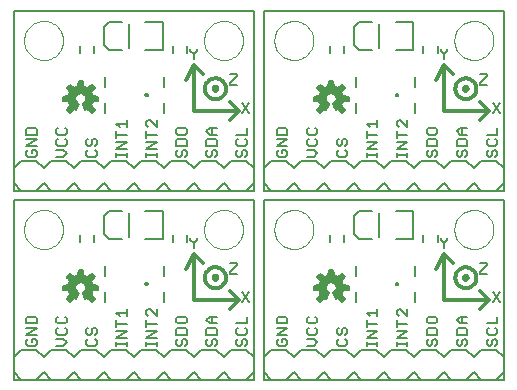
<source format=gto>
G75*
%MOIN*%
%OFA0B0*%
%FSLAX24Y24*%
%IPPOS*%
%LPD*%
%AMOC8*
5,1,8,0,0,1.08239X$1,22.5*
%
%ADD10C,0.0080*%
%ADD11C,0.0120*%
%ADD12C,0.0060*%
%ADD13C,0.0050*%
%ADD14C,0.0000*%
%ADD15C,0.0059*%
D10*
X000330Y000140D02*
X000330Y006140D01*
X008330Y006140D01*
X008330Y000140D01*
X000330Y000140D01*
X000330Y000390D02*
X000580Y000140D01*
X001080Y000140D01*
X001330Y000390D01*
X001580Y000140D01*
X002080Y000140D01*
X002330Y000390D01*
X002580Y000140D01*
X003080Y000140D01*
X003330Y000390D01*
X003580Y000140D01*
X004080Y000140D01*
X004330Y000390D01*
X004580Y000140D01*
X005080Y000140D01*
X005330Y000390D01*
X005580Y000140D01*
X006080Y000140D01*
X006330Y000390D01*
X006580Y000140D01*
X007080Y000140D01*
X007330Y000390D01*
X007580Y000140D01*
X008080Y000140D01*
X008330Y000390D01*
X008330Y000890D01*
X008080Y001140D01*
X007580Y001140D01*
X007330Y000890D01*
X007080Y001140D01*
X006580Y001140D01*
X006330Y000890D01*
X006080Y001140D01*
X005580Y001140D01*
X005330Y000890D01*
X005080Y001140D01*
X004580Y001140D01*
X004330Y000890D01*
X004080Y001140D01*
X003580Y001140D01*
X003330Y000890D01*
X003080Y001140D01*
X002580Y001140D01*
X002330Y000890D01*
X002080Y001140D01*
X001580Y001140D01*
X001330Y000890D01*
X001080Y001140D01*
X000580Y001140D01*
X000330Y000890D01*
X000330Y000390D01*
X003386Y002739D02*
X003386Y003054D01*
X003386Y003606D02*
X003386Y003921D01*
X003503Y004818D02*
X003936Y004818D01*
X003503Y004818D02*
X003346Y004975D01*
X003346Y005605D01*
X003503Y005762D01*
X003936Y005762D01*
X004724Y005762D02*
X005314Y005762D01*
X005314Y004818D01*
X004724Y004818D01*
X005354Y003921D02*
X005354Y003606D01*
X004725Y003330D02*
X004727Y003342D01*
X004732Y003353D01*
X004741Y003362D01*
X004752Y003367D01*
X004764Y003369D01*
X004776Y003367D01*
X004787Y003362D01*
X004796Y003353D01*
X004801Y003342D01*
X004803Y003330D01*
X004801Y003318D01*
X004796Y003307D01*
X004787Y003298D01*
X004776Y003293D01*
X004764Y003291D01*
X004752Y003293D01*
X004741Y003298D01*
X004732Y003307D01*
X004727Y003318D01*
X004725Y003330D01*
X005354Y003054D02*
X005354Y002739D01*
X008676Y000890D02*
X008676Y000390D01*
X008926Y000140D01*
X009426Y000140D01*
X009676Y000390D01*
X009926Y000140D01*
X010426Y000140D01*
X010676Y000390D01*
X010926Y000140D01*
X011426Y000140D01*
X011676Y000390D01*
X011926Y000140D01*
X012426Y000140D01*
X012676Y000390D01*
X012926Y000140D01*
X013426Y000140D01*
X013676Y000390D01*
X013926Y000140D01*
X014426Y000140D01*
X014676Y000390D01*
X014926Y000140D01*
X015426Y000140D01*
X015676Y000390D01*
X015926Y000140D01*
X016426Y000140D01*
X016676Y000390D01*
X016676Y000890D01*
X016426Y001140D01*
X015926Y001140D01*
X015676Y000890D01*
X015426Y001140D01*
X014926Y001140D01*
X014676Y000890D01*
X014426Y001140D01*
X013926Y001140D01*
X013676Y000890D01*
X013426Y001140D01*
X012926Y001140D01*
X012676Y000890D01*
X012426Y001140D01*
X011926Y001140D01*
X011676Y000890D01*
X011426Y001140D01*
X010926Y001140D01*
X010676Y000890D01*
X010426Y001140D01*
X009926Y001140D01*
X009676Y000890D01*
X009426Y001140D01*
X008926Y001140D01*
X008676Y000890D01*
X008676Y000140D02*
X008676Y006140D01*
X016676Y006140D01*
X016676Y000140D01*
X008676Y000140D01*
X011732Y002739D02*
X011732Y003054D01*
X011732Y003606D02*
X011732Y003921D01*
X011850Y004818D02*
X012283Y004818D01*
X011850Y004818D02*
X011692Y004975D01*
X011692Y005605D01*
X011850Y005762D01*
X012283Y005762D01*
X012426Y006439D02*
X011926Y006439D01*
X011676Y006689D01*
X011426Y006439D01*
X010926Y006439D01*
X010676Y006689D01*
X010426Y006439D01*
X009926Y006439D01*
X009676Y006689D01*
X009426Y006439D01*
X008926Y006439D01*
X008676Y006689D01*
X008676Y007189D01*
X008926Y007439D01*
X009426Y007439D01*
X009676Y007189D01*
X009926Y007439D01*
X010426Y007439D01*
X010676Y007189D01*
X010926Y007439D01*
X011426Y007439D01*
X011676Y007189D01*
X011926Y007439D01*
X012426Y007439D01*
X012676Y007189D01*
X012926Y007439D01*
X013426Y007439D01*
X013676Y007189D01*
X013926Y007439D01*
X014426Y007439D01*
X014676Y007189D01*
X014926Y007439D01*
X015426Y007439D01*
X015676Y007189D01*
X015926Y007439D01*
X016426Y007439D01*
X016676Y007189D01*
X016676Y006689D01*
X016426Y006439D01*
X015926Y006439D01*
X015676Y006689D01*
X015426Y006439D01*
X014926Y006439D01*
X014676Y006689D01*
X014426Y006439D01*
X013926Y006439D01*
X013676Y006689D01*
X013426Y006439D01*
X012926Y006439D01*
X012676Y006689D01*
X012426Y006439D01*
X013070Y005762D02*
X013661Y005762D01*
X013661Y004818D01*
X013070Y004818D01*
X013701Y003921D02*
X013701Y003606D01*
X013071Y003330D02*
X013073Y003342D01*
X013078Y003353D01*
X013087Y003362D01*
X013098Y003367D01*
X013110Y003369D01*
X013122Y003367D01*
X013133Y003362D01*
X013142Y003353D01*
X013147Y003342D01*
X013149Y003330D01*
X013147Y003318D01*
X013142Y003307D01*
X013133Y003298D01*
X013122Y003293D01*
X013110Y003291D01*
X013098Y003293D01*
X013087Y003298D01*
X013078Y003307D01*
X013073Y003318D01*
X013071Y003330D01*
X013701Y003054D02*
X013701Y002739D01*
X016676Y006439D02*
X008676Y006439D01*
X008676Y012439D01*
X016676Y012439D01*
X016676Y006439D01*
X013701Y009039D02*
X013701Y009354D01*
X013071Y009629D02*
X013073Y009641D01*
X013078Y009652D01*
X013087Y009661D01*
X013098Y009666D01*
X013110Y009668D01*
X013122Y009666D01*
X013133Y009661D01*
X013142Y009652D01*
X013147Y009641D01*
X013149Y009629D01*
X013147Y009617D01*
X013142Y009606D01*
X013133Y009597D01*
X013122Y009592D01*
X013110Y009590D01*
X013098Y009592D01*
X013087Y009597D01*
X013078Y009606D01*
X013073Y009617D01*
X013071Y009629D01*
X013701Y009905D02*
X013701Y010220D01*
X013661Y011117D02*
X013070Y011117D01*
X013661Y011117D02*
X013661Y012062D01*
X013070Y012062D01*
X012283Y012062D02*
X011850Y012062D01*
X011692Y011904D01*
X011692Y011274D01*
X011850Y011117D01*
X012283Y011117D01*
X011732Y010220D02*
X011732Y009905D01*
X011732Y009354D02*
X011732Y009039D01*
X008330Y007189D02*
X008330Y006689D01*
X008080Y006439D01*
X007580Y006439D01*
X007330Y006689D01*
X007080Y006439D01*
X006580Y006439D01*
X006330Y006689D01*
X006080Y006439D01*
X005580Y006439D01*
X005330Y006689D01*
X005080Y006439D01*
X004580Y006439D01*
X004330Y006689D01*
X004080Y006439D01*
X003580Y006439D01*
X003330Y006689D01*
X003080Y006439D01*
X002580Y006439D01*
X002330Y006689D01*
X002080Y006439D01*
X001580Y006439D01*
X001330Y006689D01*
X001080Y006439D01*
X000580Y006439D01*
X000330Y006689D01*
X000330Y007189D01*
X000580Y007439D01*
X001080Y007439D01*
X001330Y007189D01*
X001580Y007439D01*
X002080Y007439D01*
X002330Y007189D01*
X002580Y007439D01*
X003080Y007439D01*
X003330Y007189D01*
X003580Y007439D01*
X004080Y007439D01*
X004330Y007189D01*
X004580Y007439D01*
X005080Y007439D01*
X005330Y007189D01*
X005580Y007439D01*
X006080Y007439D01*
X006330Y007189D01*
X006580Y007439D01*
X007080Y007439D01*
X007330Y007189D01*
X007580Y007439D01*
X008080Y007439D01*
X008330Y007189D01*
X008330Y006439D02*
X008330Y012439D01*
X000330Y012439D01*
X000330Y006439D01*
X008330Y006439D01*
X005354Y009039D02*
X005354Y009354D01*
X004725Y009629D02*
X004727Y009641D01*
X004732Y009652D01*
X004741Y009661D01*
X004752Y009666D01*
X004764Y009668D01*
X004776Y009666D01*
X004787Y009661D01*
X004796Y009652D01*
X004801Y009641D01*
X004803Y009629D01*
X004801Y009617D01*
X004796Y009606D01*
X004787Y009597D01*
X004776Y009592D01*
X004764Y009590D01*
X004752Y009592D01*
X004741Y009597D01*
X004732Y009606D01*
X004727Y009617D01*
X004725Y009629D01*
X005354Y009905D02*
X005354Y010220D01*
X005314Y011117D02*
X004724Y011117D01*
X005314Y011117D02*
X005314Y012062D01*
X004724Y012062D01*
X003936Y012062D02*
X003503Y012062D01*
X003346Y011904D01*
X003346Y011274D01*
X003503Y011117D01*
X003936Y011117D01*
X003386Y010220D02*
X003386Y009905D01*
X003386Y009354D02*
X003386Y009039D01*
D11*
X006080Y010139D02*
X006330Y010639D01*
X006630Y010339D01*
X006330Y010639D02*
X006330Y009089D01*
X007830Y009089D01*
X007530Y008789D01*
X007830Y009089D02*
X007530Y009389D01*
X007000Y009829D02*
X007002Y009844D01*
X007007Y009858D01*
X007016Y009870D01*
X007028Y009880D01*
X007041Y009886D01*
X007056Y009889D01*
X007071Y009888D01*
X007086Y009883D01*
X007098Y009875D01*
X007109Y009864D01*
X007116Y009851D01*
X007120Y009837D01*
X007120Y009821D01*
X007116Y009807D01*
X007109Y009794D01*
X007098Y009783D01*
X007086Y009775D01*
X007071Y009770D01*
X007056Y009769D01*
X007041Y009772D01*
X007028Y009778D01*
X007016Y009788D01*
X007007Y009800D01*
X007002Y009814D01*
X007000Y009829D01*
X006710Y009829D02*
X006712Y009866D01*
X006718Y009903D01*
X006728Y009939D01*
X006741Y009974D01*
X006758Y010007D01*
X006779Y010038D01*
X006803Y010066D01*
X006830Y010092D01*
X006859Y010115D01*
X006890Y010135D01*
X006924Y010151D01*
X006959Y010164D01*
X006995Y010173D01*
X007032Y010178D01*
X007069Y010179D01*
X007106Y010176D01*
X007143Y010169D01*
X007179Y010158D01*
X007213Y010144D01*
X007246Y010126D01*
X007276Y010104D01*
X007304Y010080D01*
X007329Y010052D01*
X007352Y010022D01*
X007371Y009990D01*
X007386Y009956D01*
X007398Y009921D01*
X007406Y009885D01*
X007410Y009848D01*
X007410Y009810D01*
X007406Y009773D01*
X007398Y009737D01*
X007386Y009702D01*
X007371Y009668D01*
X007352Y009636D01*
X007329Y009606D01*
X007304Y009578D01*
X007276Y009554D01*
X007246Y009532D01*
X007213Y009514D01*
X007179Y009500D01*
X007143Y009489D01*
X007106Y009482D01*
X007069Y009479D01*
X007032Y009480D01*
X006995Y009485D01*
X006959Y009494D01*
X006924Y009507D01*
X006890Y009523D01*
X006859Y009543D01*
X006830Y009566D01*
X006803Y009592D01*
X006779Y009620D01*
X006758Y009651D01*
X006741Y009684D01*
X006728Y009719D01*
X006718Y009755D01*
X006712Y009792D01*
X006710Y009829D01*
X006330Y004340D02*
X006630Y004040D01*
X006330Y004340D02*
X006080Y003840D01*
X006330Y004340D02*
X006330Y002790D01*
X007830Y002790D01*
X007530Y002490D01*
X007830Y002790D02*
X007530Y003090D01*
X007000Y003530D02*
X007002Y003545D01*
X007007Y003559D01*
X007016Y003571D01*
X007028Y003581D01*
X007041Y003587D01*
X007056Y003590D01*
X007071Y003589D01*
X007086Y003584D01*
X007098Y003576D01*
X007109Y003565D01*
X007116Y003552D01*
X007120Y003538D01*
X007120Y003522D01*
X007116Y003508D01*
X007109Y003495D01*
X007098Y003484D01*
X007086Y003476D01*
X007071Y003471D01*
X007056Y003470D01*
X007041Y003473D01*
X007028Y003479D01*
X007016Y003489D01*
X007007Y003501D01*
X007002Y003515D01*
X007000Y003530D01*
X006710Y003530D02*
X006712Y003567D01*
X006718Y003604D01*
X006728Y003640D01*
X006741Y003675D01*
X006758Y003708D01*
X006779Y003739D01*
X006803Y003767D01*
X006830Y003793D01*
X006859Y003816D01*
X006890Y003836D01*
X006924Y003852D01*
X006959Y003865D01*
X006995Y003874D01*
X007032Y003879D01*
X007069Y003880D01*
X007106Y003877D01*
X007143Y003870D01*
X007179Y003859D01*
X007213Y003845D01*
X007246Y003827D01*
X007276Y003805D01*
X007304Y003781D01*
X007329Y003753D01*
X007352Y003723D01*
X007371Y003691D01*
X007386Y003657D01*
X007398Y003622D01*
X007406Y003586D01*
X007410Y003549D01*
X007410Y003511D01*
X007406Y003474D01*
X007398Y003438D01*
X007386Y003403D01*
X007371Y003369D01*
X007352Y003337D01*
X007329Y003307D01*
X007304Y003279D01*
X007276Y003255D01*
X007246Y003233D01*
X007213Y003215D01*
X007179Y003201D01*
X007143Y003190D01*
X007106Y003183D01*
X007069Y003180D01*
X007032Y003181D01*
X006995Y003186D01*
X006959Y003195D01*
X006924Y003208D01*
X006890Y003224D01*
X006859Y003244D01*
X006830Y003267D01*
X006803Y003293D01*
X006779Y003321D01*
X006758Y003352D01*
X006741Y003385D01*
X006728Y003420D01*
X006718Y003456D01*
X006712Y003493D01*
X006710Y003530D01*
X014426Y003840D02*
X014676Y004340D01*
X014976Y004040D01*
X014676Y004340D02*
X014676Y002790D01*
X016176Y002790D01*
X015876Y002490D01*
X016176Y002790D02*
X015876Y003090D01*
X015346Y003530D02*
X015348Y003545D01*
X015353Y003559D01*
X015362Y003571D01*
X015374Y003581D01*
X015387Y003587D01*
X015402Y003590D01*
X015417Y003589D01*
X015432Y003584D01*
X015444Y003576D01*
X015455Y003565D01*
X015462Y003552D01*
X015466Y003538D01*
X015466Y003522D01*
X015462Y003508D01*
X015455Y003495D01*
X015444Y003484D01*
X015432Y003476D01*
X015417Y003471D01*
X015402Y003470D01*
X015387Y003473D01*
X015374Y003479D01*
X015362Y003489D01*
X015353Y003501D01*
X015348Y003515D01*
X015346Y003530D01*
X015056Y003530D02*
X015058Y003567D01*
X015064Y003604D01*
X015074Y003640D01*
X015087Y003675D01*
X015104Y003708D01*
X015125Y003739D01*
X015149Y003767D01*
X015176Y003793D01*
X015205Y003816D01*
X015236Y003836D01*
X015270Y003852D01*
X015305Y003865D01*
X015341Y003874D01*
X015378Y003879D01*
X015415Y003880D01*
X015452Y003877D01*
X015489Y003870D01*
X015525Y003859D01*
X015559Y003845D01*
X015592Y003827D01*
X015622Y003805D01*
X015650Y003781D01*
X015675Y003753D01*
X015698Y003723D01*
X015717Y003691D01*
X015732Y003657D01*
X015744Y003622D01*
X015752Y003586D01*
X015756Y003549D01*
X015756Y003511D01*
X015752Y003474D01*
X015744Y003438D01*
X015732Y003403D01*
X015717Y003369D01*
X015698Y003337D01*
X015675Y003307D01*
X015650Y003279D01*
X015622Y003255D01*
X015592Y003233D01*
X015559Y003215D01*
X015525Y003201D01*
X015489Y003190D01*
X015452Y003183D01*
X015415Y003180D01*
X015378Y003181D01*
X015341Y003186D01*
X015305Y003195D01*
X015270Y003208D01*
X015236Y003224D01*
X015205Y003244D01*
X015176Y003267D01*
X015149Y003293D01*
X015125Y003321D01*
X015104Y003352D01*
X015087Y003385D01*
X015074Y003420D01*
X015064Y003456D01*
X015058Y003493D01*
X015056Y003530D01*
X015876Y008789D02*
X016176Y009089D01*
X015876Y009389D01*
X016176Y009089D02*
X014676Y009089D01*
X014676Y010639D01*
X014976Y010339D01*
X014676Y010639D02*
X014426Y010139D01*
X015346Y009829D02*
X015348Y009844D01*
X015353Y009858D01*
X015362Y009870D01*
X015374Y009880D01*
X015387Y009886D01*
X015402Y009889D01*
X015417Y009888D01*
X015432Y009883D01*
X015444Y009875D01*
X015455Y009864D01*
X015462Y009851D01*
X015466Y009837D01*
X015466Y009821D01*
X015462Y009807D01*
X015455Y009794D01*
X015444Y009783D01*
X015432Y009775D01*
X015417Y009770D01*
X015402Y009769D01*
X015387Y009772D01*
X015374Y009778D01*
X015362Y009788D01*
X015353Y009800D01*
X015348Y009814D01*
X015346Y009829D01*
X015056Y009829D02*
X015058Y009866D01*
X015064Y009903D01*
X015074Y009939D01*
X015087Y009974D01*
X015104Y010007D01*
X015125Y010038D01*
X015149Y010066D01*
X015176Y010092D01*
X015205Y010115D01*
X015236Y010135D01*
X015270Y010151D01*
X015305Y010164D01*
X015341Y010173D01*
X015378Y010178D01*
X015415Y010179D01*
X015452Y010176D01*
X015489Y010169D01*
X015525Y010158D01*
X015559Y010144D01*
X015592Y010126D01*
X015622Y010104D01*
X015650Y010080D01*
X015675Y010052D01*
X015698Y010022D01*
X015717Y009990D01*
X015732Y009956D01*
X015744Y009921D01*
X015752Y009885D01*
X015756Y009848D01*
X015756Y009810D01*
X015752Y009773D01*
X015744Y009737D01*
X015732Y009702D01*
X015717Y009668D01*
X015698Y009636D01*
X015675Y009606D01*
X015650Y009578D01*
X015622Y009554D01*
X015592Y009532D01*
X015559Y009514D01*
X015525Y009500D01*
X015489Y009489D01*
X015452Y009482D01*
X015415Y009479D01*
X015378Y009480D01*
X015341Y009485D01*
X015305Y009494D01*
X015270Y009507D01*
X015236Y009523D01*
X015205Y009543D01*
X015176Y009566D01*
X015149Y009592D01*
X015125Y009620D01*
X015104Y009651D01*
X015087Y009684D01*
X015074Y009719D01*
X015064Y009755D01*
X015058Y009792D01*
X015056Y009829D01*
D12*
X015886Y009969D02*
X016113Y009969D01*
X015886Y009969D02*
X015886Y010026D01*
X016113Y010253D01*
X016113Y010310D01*
X015886Y010310D01*
X014793Y011103D02*
X014793Y011160D01*
X014793Y011103D02*
X014680Y010989D01*
X014680Y010819D01*
X014680Y010989D02*
X014566Y011103D01*
X014566Y011160D01*
X014463Y011257D02*
X014463Y011021D01*
X013990Y011021D02*
X013990Y011257D01*
X011353Y011257D02*
X011353Y011021D01*
X010880Y011021D02*
X010880Y011257D01*
X008187Y009360D02*
X007960Y009019D01*
X008187Y009019D02*
X007960Y009360D01*
X007767Y009969D02*
X007540Y009969D01*
X007540Y010026D01*
X007767Y010253D01*
X007767Y010310D01*
X007540Y010310D01*
X006447Y011103D02*
X006447Y011160D01*
X006447Y011103D02*
X006333Y010989D01*
X006333Y010819D01*
X006333Y010989D02*
X006220Y011103D01*
X006220Y011160D01*
X006116Y011257D02*
X006116Y011021D01*
X005644Y011021D02*
X005644Y011257D01*
X003006Y011257D02*
X003006Y011021D01*
X002534Y011021D02*
X002534Y011257D01*
X004100Y008778D02*
X004100Y008551D01*
X004100Y008665D02*
X003760Y008665D01*
X003873Y008551D01*
X003760Y008410D02*
X003760Y008183D01*
X003760Y008296D02*
X004100Y008296D01*
X004100Y008042D02*
X003760Y008042D01*
X003760Y007815D02*
X004100Y008042D01*
X004100Y007815D02*
X003760Y007815D01*
X003760Y007683D02*
X003760Y007569D01*
X003760Y007626D02*
X004100Y007626D01*
X004100Y007569D02*
X004100Y007683D01*
X004760Y007683D02*
X004760Y007569D01*
X004760Y007626D02*
X005100Y007626D01*
X005100Y007569D02*
X005100Y007683D01*
X005100Y007815D02*
X004760Y007815D01*
X005100Y008042D01*
X004760Y008042D01*
X004760Y008183D02*
X004760Y008410D01*
X004760Y008296D02*
X005100Y008296D01*
X005100Y008551D02*
X004873Y008778D01*
X004816Y008778D01*
X004760Y008722D01*
X004760Y008608D01*
X004816Y008551D01*
X005100Y008551D02*
X005100Y008778D01*
X005760Y008476D02*
X005816Y008533D01*
X006043Y008533D01*
X006100Y008476D01*
X006100Y008363D01*
X006043Y008306D01*
X005816Y008306D01*
X005760Y008363D01*
X005760Y008476D01*
X005816Y008164D02*
X005760Y008108D01*
X005760Y007938D01*
X006100Y007938D01*
X006100Y008108D01*
X006043Y008164D01*
X005816Y008164D01*
X005816Y007796D02*
X005760Y007739D01*
X005760Y007626D01*
X005816Y007569D01*
X005873Y007569D01*
X005930Y007626D01*
X005930Y007739D01*
X005987Y007796D01*
X006043Y007796D01*
X006100Y007739D01*
X006100Y007626D01*
X006043Y007569D01*
X006760Y007626D02*
X006816Y007569D01*
X006873Y007569D01*
X006930Y007626D01*
X006930Y007739D01*
X006987Y007796D01*
X007043Y007796D01*
X007100Y007739D01*
X007100Y007626D01*
X007043Y007569D01*
X006760Y007626D02*
X006760Y007739D01*
X006816Y007796D01*
X006760Y007938D02*
X006760Y008108D01*
X006816Y008164D01*
X007043Y008164D01*
X007100Y008108D01*
X007100Y007938D01*
X006760Y007938D01*
X006873Y008306D02*
X006760Y008419D01*
X006873Y008533D01*
X007100Y008533D01*
X006930Y008533D02*
X006930Y008306D01*
X006873Y008306D02*
X007100Y008306D01*
X007760Y008306D02*
X008100Y008306D01*
X008100Y008533D01*
X008043Y008164D02*
X008100Y008108D01*
X008100Y007994D01*
X008043Y007938D01*
X007816Y007938D01*
X007760Y007994D01*
X007760Y008108D01*
X007816Y008164D01*
X007816Y007796D02*
X007760Y007739D01*
X007760Y007626D01*
X007816Y007569D01*
X007873Y007569D01*
X007930Y007626D01*
X007930Y007739D01*
X007987Y007796D01*
X008043Y007796D01*
X008100Y007739D01*
X008100Y007626D01*
X008043Y007569D01*
X009106Y007626D02*
X009163Y007569D01*
X009390Y007569D01*
X009446Y007626D01*
X009446Y007739D01*
X009390Y007796D01*
X009276Y007796D01*
X009276Y007683D01*
X009163Y007796D02*
X009106Y007739D01*
X009106Y007626D01*
X009106Y007938D02*
X009446Y008164D01*
X009106Y008164D01*
X009106Y008306D02*
X009106Y008476D01*
X009163Y008533D01*
X009390Y008533D01*
X009446Y008476D01*
X009446Y008306D01*
X009106Y008306D01*
X009106Y007938D02*
X009446Y007938D01*
X010106Y007994D02*
X010163Y007938D01*
X010390Y007938D01*
X010446Y007994D01*
X010446Y008108D01*
X010390Y008164D01*
X010390Y008306D02*
X010163Y008306D01*
X010106Y008363D01*
X010106Y008476D01*
X010163Y008533D01*
X010390Y008533D02*
X010446Y008476D01*
X010446Y008363D01*
X010390Y008306D01*
X010163Y008164D02*
X010106Y008108D01*
X010106Y007994D01*
X010106Y007796D02*
X010333Y007796D01*
X010446Y007683D01*
X010333Y007569D01*
X010106Y007569D01*
X011106Y007626D02*
X011163Y007569D01*
X011390Y007569D01*
X011446Y007626D01*
X011446Y007739D01*
X011390Y007796D01*
X011390Y007938D02*
X011446Y007994D01*
X011446Y008108D01*
X011390Y008164D01*
X011333Y008164D01*
X011276Y008108D01*
X011276Y007994D01*
X011220Y007938D01*
X011163Y007938D01*
X011106Y007994D01*
X011106Y008108D01*
X011163Y008164D01*
X011163Y007796D02*
X011106Y007739D01*
X011106Y007626D01*
X012106Y007626D02*
X012446Y007626D01*
X012446Y007569D02*
X012446Y007683D01*
X012446Y007815D02*
X012106Y007815D01*
X012446Y008042D01*
X012106Y008042D01*
X012106Y008183D02*
X012106Y008410D01*
X012106Y008296D02*
X012446Y008296D01*
X012446Y008551D02*
X012446Y008778D01*
X012446Y008665D02*
X012106Y008665D01*
X012220Y008551D01*
X013106Y008608D02*
X013163Y008551D01*
X013106Y008608D02*
X013106Y008722D01*
X013163Y008778D01*
X013220Y008778D01*
X013446Y008551D01*
X013446Y008778D01*
X013106Y008410D02*
X013106Y008183D01*
X013106Y008296D02*
X013446Y008296D01*
X013446Y008042D02*
X013106Y008042D01*
X013106Y007815D02*
X013446Y008042D01*
X013446Y007815D02*
X013106Y007815D01*
X013106Y007683D02*
X013106Y007569D01*
X013106Y007626D02*
X013446Y007626D01*
X013446Y007569D02*
X013446Y007683D01*
X014106Y007739D02*
X014106Y007626D01*
X014163Y007569D01*
X014220Y007569D01*
X014276Y007626D01*
X014276Y007739D01*
X014333Y007796D01*
X014390Y007796D01*
X014446Y007739D01*
X014446Y007626D01*
X014390Y007569D01*
X014163Y007796D02*
X014106Y007739D01*
X014106Y007938D02*
X014106Y008108D01*
X014163Y008164D01*
X014390Y008164D01*
X014446Y008108D01*
X014446Y007938D01*
X014106Y007938D01*
X014163Y008306D02*
X014390Y008306D01*
X014446Y008363D01*
X014446Y008476D01*
X014390Y008533D01*
X014163Y008533D01*
X014106Y008476D01*
X014106Y008363D01*
X014163Y008306D01*
X015106Y008419D02*
X015220Y008306D01*
X015446Y008306D01*
X015390Y008164D02*
X015163Y008164D01*
X015106Y008108D01*
X015106Y007938D01*
X015446Y007938D01*
X015446Y008108D01*
X015390Y008164D01*
X015276Y008306D02*
X015276Y008533D01*
X015220Y008533D02*
X015106Y008419D01*
X015220Y008533D02*
X015446Y008533D01*
X016106Y008306D02*
X016446Y008306D01*
X016446Y008533D01*
X016390Y008164D02*
X016446Y008108D01*
X016446Y007994D01*
X016390Y007938D01*
X016163Y007938D01*
X016106Y007994D01*
X016106Y008108D01*
X016163Y008164D01*
X016163Y007796D02*
X016106Y007739D01*
X016106Y007626D01*
X016163Y007569D01*
X016220Y007569D01*
X016276Y007626D01*
X016276Y007739D01*
X016333Y007796D01*
X016390Y007796D01*
X016446Y007739D01*
X016446Y007626D01*
X016390Y007569D01*
X015446Y007626D02*
X015390Y007569D01*
X015446Y007626D02*
X015446Y007739D01*
X015390Y007796D01*
X015333Y007796D01*
X015276Y007739D01*
X015276Y007626D01*
X015220Y007569D01*
X015163Y007569D01*
X015106Y007626D01*
X015106Y007739D01*
X015163Y007796D01*
X016306Y009019D02*
X016533Y009360D01*
X016306Y009360D02*
X016533Y009019D01*
X012106Y007683D02*
X012106Y007569D01*
X011353Y004958D02*
X011353Y004722D01*
X010880Y004722D02*
X010880Y004958D01*
X008187Y003060D02*
X007960Y002720D01*
X008187Y002720D02*
X007960Y003060D01*
X007767Y003670D02*
X007540Y003670D01*
X007540Y003727D01*
X007767Y003954D01*
X007767Y004010D01*
X007540Y004010D01*
X006447Y004804D02*
X006447Y004860D01*
X006447Y004804D02*
X006333Y004690D01*
X006333Y004520D01*
X006333Y004690D02*
X006220Y004804D01*
X006220Y004860D01*
X006116Y004958D02*
X006116Y004722D01*
X005644Y004722D02*
X005644Y004958D01*
X003006Y004958D02*
X003006Y004722D01*
X002534Y004722D02*
X002534Y004958D01*
X002816Y007569D02*
X003043Y007569D01*
X003100Y007626D01*
X003100Y007739D01*
X003043Y007796D01*
X003043Y007938D02*
X003100Y007994D01*
X003100Y008108D01*
X003043Y008164D01*
X002987Y008164D01*
X002930Y008108D01*
X002930Y007994D01*
X002873Y007938D01*
X002816Y007938D01*
X002760Y007994D01*
X002760Y008108D01*
X002816Y008164D01*
X002816Y007796D02*
X002760Y007739D01*
X002760Y007626D01*
X002816Y007569D01*
X002100Y007683D02*
X001987Y007796D01*
X001760Y007796D01*
X001816Y007938D02*
X002043Y007938D01*
X002100Y007994D01*
X002100Y008108D01*
X002043Y008164D01*
X002043Y008306D02*
X002100Y008363D01*
X002100Y008476D01*
X002043Y008533D01*
X001816Y008533D02*
X001760Y008476D01*
X001760Y008363D01*
X001816Y008306D01*
X002043Y008306D01*
X001816Y008164D02*
X001760Y008108D01*
X001760Y007994D01*
X001816Y007938D01*
X002100Y007683D02*
X001987Y007569D01*
X001760Y007569D01*
X001100Y007626D02*
X001043Y007569D01*
X000816Y007569D01*
X000760Y007626D01*
X000760Y007739D01*
X000816Y007796D01*
X000930Y007796D02*
X000930Y007683D01*
X000930Y007796D02*
X001043Y007796D01*
X001100Y007739D01*
X001100Y007626D01*
X001100Y007938D02*
X000760Y007938D01*
X001100Y008164D01*
X000760Y008164D01*
X000760Y008306D02*
X000760Y008476D01*
X000816Y008533D01*
X001043Y008533D01*
X001100Y008476D01*
X001100Y008306D01*
X000760Y008306D01*
X004100Y002479D02*
X004100Y002252D01*
X004100Y002366D02*
X003760Y002366D01*
X003873Y002252D01*
X003760Y002111D02*
X003760Y001884D01*
X003760Y001997D02*
X004100Y001997D01*
X004100Y001742D02*
X003760Y001742D01*
X003760Y001516D02*
X004100Y001742D01*
X004100Y001516D02*
X003760Y001516D01*
X003760Y001383D02*
X003760Y001270D01*
X003760Y001327D02*
X004100Y001327D01*
X004100Y001383D02*
X004100Y001270D01*
X004760Y001270D02*
X004760Y001383D01*
X004760Y001327D02*
X005100Y001327D01*
X005100Y001383D02*
X005100Y001270D01*
X005100Y001516D02*
X004760Y001516D01*
X005100Y001742D01*
X004760Y001742D01*
X004760Y001884D02*
X004760Y002111D01*
X004760Y001997D02*
X005100Y001997D01*
X005100Y002252D02*
X004873Y002479D01*
X004816Y002479D01*
X004760Y002422D01*
X004760Y002309D01*
X004816Y002252D01*
X005100Y002252D02*
X005100Y002479D01*
X005760Y002177D02*
X005760Y002063D01*
X005816Y002007D01*
X006043Y002007D01*
X006100Y002063D01*
X006100Y002177D01*
X006043Y002233D01*
X005816Y002233D01*
X005760Y002177D01*
X005816Y001865D02*
X005760Y001808D01*
X005760Y001638D01*
X006100Y001638D01*
X006100Y001808D01*
X006043Y001865D01*
X005816Y001865D01*
X005816Y001497D02*
X005760Y001440D01*
X005760Y001327D01*
X005816Y001270D01*
X005873Y001270D01*
X005930Y001327D01*
X005930Y001440D01*
X005987Y001497D01*
X006043Y001497D01*
X006100Y001440D01*
X006100Y001327D01*
X006043Y001270D01*
X006760Y001327D02*
X006816Y001270D01*
X006873Y001270D01*
X006930Y001327D01*
X006930Y001440D01*
X006987Y001497D01*
X007043Y001497D01*
X007100Y001440D01*
X007100Y001327D01*
X007043Y001270D01*
X006816Y001497D02*
X006760Y001440D01*
X006760Y001327D01*
X006760Y001638D02*
X006760Y001808D01*
X006816Y001865D01*
X007043Y001865D01*
X007100Y001808D01*
X007100Y001638D01*
X006760Y001638D01*
X006873Y002007D02*
X006760Y002120D01*
X006873Y002233D01*
X007100Y002233D01*
X006930Y002233D02*
X006930Y002007D01*
X006873Y002007D02*
X007100Y002007D01*
X007760Y002007D02*
X008100Y002007D01*
X008100Y002233D01*
X008043Y001865D02*
X008100Y001808D01*
X008100Y001695D01*
X008043Y001638D01*
X007816Y001638D01*
X007760Y001695D01*
X007760Y001808D01*
X007816Y001865D01*
X007816Y001497D02*
X007760Y001440D01*
X007760Y001327D01*
X007816Y001270D01*
X007873Y001270D01*
X007930Y001327D01*
X007930Y001440D01*
X007987Y001497D01*
X008043Y001497D01*
X008100Y001440D01*
X008100Y001327D01*
X008043Y001270D01*
X009106Y001327D02*
X009163Y001270D01*
X009390Y001270D01*
X009446Y001327D01*
X009446Y001440D01*
X009390Y001497D01*
X009276Y001497D01*
X009276Y001383D01*
X009163Y001497D02*
X009106Y001440D01*
X009106Y001327D01*
X009106Y001638D02*
X009446Y001865D01*
X009106Y001865D01*
X009106Y002007D02*
X009106Y002177D01*
X009163Y002233D01*
X009390Y002233D01*
X009446Y002177D01*
X009446Y002007D01*
X009106Y002007D01*
X009106Y001638D02*
X009446Y001638D01*
X010106Y001695D02*
X010163Y001638D01*
X010390Y001638D01*
X010446Y001695D01*
X010446Y001808D01*
X010390Y001865D01*
X010390Y002007D02*
X010163Y002007D01*
X010106Y002063D01*
X010106Y002177D01*
X010163Y002233D01*
X010390Y002233D02*
X010446Y002177D01*
X010446Y002063D01*
X010390Y002007D01*
X010163Y001865D02*
X010106Y001808D01*
X010106Y001695D01*
X010106Y001497D02*
X010333Y001497D01*
X010446Y001383D01*
X010333Y001270D01*
X010106Y001270D01*
X011106Y001327D02*
X011163Y001270D01*
X011390Y001270D01*
X011446Y001327D01*
X011446Y001440D01*
X011390Y001497D01*
X011390Y001638D02*
X011446Y001695D01*
X011446Y001808D01*
X011390Y001865D01*
X011333Y001865D01*
X011276Y001808D01*
X011276Y001695D01*
X011220Y001638D01*
X011163Y001638D01*
X011106Y001695D01*
X011106Y001808D01*
X011163Y001865D01*
X011163Y001497D02*
X011106Y001440D01*
X011106Y001327D01*
X012106Y001327D02*
X012446Y001327D01*
X012446Y001383D02*
X012446Y001270D01*
X012446Y001516D02*
X012106Y001516D01*
X012446Y001742D01*
X012106Y001742D01*
X012106Y001884D02*
X012106Y002111D01*
X012106Y001997D02*
X012446Y001997D01*
X012446Y002252D02*
X012446Y002479D01*
X012446Y002366D02*
X012106Y002366D01*
X012220Y002252D01*
X013106Y002309D02*
X013163Y002252D01*
X013106Y002309D02*
X013106Y002422D01*
X013163Y002479D01*
X013220Y002479D01*
X013446Y002252D01*
X013446Y002479D01*
X013106Y002111D02*
X013106Y001884D01*
X013106Y001997D02*
X013446Y001997D01*
X013446Y001742D02*
X013106Y001742D01*
X013106Y001516D02*
X013446Y001742D01*
X013446Y001516D02*
X013106Y001516D01*
X013106Y001383D02*
X013106Y001270D01*
X013106Y001327D02*
X013446Y001327D01*
X013446Y001383D02*
X013446Y001270D01*
X014106Y001327D02*
X014163Y001270D01*
X014220Y001270D01*
X014276Y001327D01*
X014276Y001440D01*
X014333Y001497D01*
X014390Y001497D01*
X014446Y001440D01*
X014446Y001327D01*
X014390Y001270D01*
X014106Y001327D02*
X014106Y001440D01*
X014163Y001497D01*
X014106Y001638D02*
X014106Y001808D01*
X014163Y001865D01*
X014390Y001865D01*
X014446Y001808D01*
X014446Y001638D01*
X014106Y001638D01*
X014163Y002007D02*
X014390Y002007D01*
X014446Y002063D01*
X014446Y002177D01*
X014390Y002233D01*
X014163Y002233D01*
X014106Y002177D01*
X014106Y002063D01*
X014163Y002007D01*
X015106Y002120D02*
X015220Y002007D01*
X015446Y002007D01*
X015390Y001865D02*
X015163Y001865D01*
X015106Y001808D01*
X015106Y001638D01*
X015446Y001638D01*
X015446Y001808D01*
X015390Y001865D01*
X015276Y002007D02*
X015276Y002233D01*
X015220Y002233D02*
X015106Y002120D01*
X015220Y002233D02*
X015446Y002233D01*
X016106Y002007D02*
X016446Y002007D01*
X016446Y002233D01*
X016390Y001865D02*
X016446Y001808D01*
X016446Y001695D01*
X016390Y001638D01*
X016163Y001638D01*
X016106Y001695D01*
X016106Y001808D01*
X016163Y001865D01*
X016163Y001497D02*
X016106Y001440D01*
X016106Y001327D01*
X016163Y001270D01*
X016220Y001270D01*
X016276Y001327D01*
X016276Y001440D01*
X016333Y001497D01*
X016390Y001497D01*
X016446Y001440D01*
X016446Y001327D01*
X016390Y001270D01*
X015446Y001327D02*
X015390Y001270D01*
X015446Y001327D02*
X015446Y001440D01*
X015390Y001497D01*
X015333Y001497D01*
X015276Y001440D01*
X015276Y001327D01*
X015220Y001270D01*
X015163Y001270D01*
X015106Y001327D01*
X015106Y001440D01*
X015163Y001497D01*
X016306Y002720D02*
X016533Y003060D01*
X016306Y003060D02*
X016533Y002720D01*
X016113Y003670D02*
X015886Y003670D01*
X015886Y003727D01*
X016113Y003954D01*
X016113Y004010D01*
X015886Y004010D01*
X014793Y004804D02*
X014793Y004860D01*
X014793Y004804D02*
X014680Y004690D01*
X014680Y004520D01*
X014680Y004690D02*
X014566Y004804D01*
X014566Y004860D01*
X014463Y004958D02*
X014463Y004722D01*
X013990Y004722D02*
X013990Y004958D01*
X012106Y001383D02*
X012106Y001270D01*
X003100Y001327D02*
X003100Y001440D01*
X003043Y001497D01*
X003043Y001638D02*
X003100Y001695D01*
X003100Y001808D01*
X003043Y001865D01*
X002987Y001865D01*
X002930Y001808D01*
X002930Y001695D01*
X002873Y001638D01*
X002816Y001638D01*
X002760Y001695D01*
X002760Y001808D01*
X002816Y001865D01*
X002816Y001497D02*
X002760Y001440D01*
X002760Y001327D01*
X002816Y001270D01*
X003043Y001270D01*
X003100Y001327D01*
X002100Y001383D02*
X001987Y001497D01*
X001760Y001497D01*
X001816Y001638D02*
X002043Y001638D01*
X002100Y001695D01*
X002100Y001808D01*
X002043Y001865D01*
X002043Y002007D02*
X002100Y002063D01*
X002100Y002177D01*
X002043Y002233D01*
X002043Y002007D02*
X001816Y002007D01*
X001760Y002063D01*
X001760Y002177D01*
X001816Y002233D01*
X001816Y001865D02*
X001760Y001808D01*
X001760Y001695D01*
X001816Y001638D01*
X001760Y001270D02*
X001987Y001270D01*
X002100Y001383D01*
X001100Y001327D02*
X001100Y001440D01*
X001043Y001497D01*
X000930Y001497D01*
X000930Y001383D01*
X001043Y001270D02*
X000816Y001270D01*
X000760Y001327D01*
X000760Y001440D01*
X000816Y001497D01*
X000760Y001638D02*
X001100Y001865D01*
X000760Y001865D01*
X000760Y002007D02*
X000760Y002177D01*
X000816Y002233D01*
X001043Y002233D01*
X001100Y002177D01*
X001100Y002007D01*
X000760Y002007D01*
X000760Y001638D02*
X001100Y001638D01*
X001100Y001327D02*
X001043Y001270D01*
D13*
X004180Y004890D02*
X004180Y005690D01*
X004180Y011189D02*
X004180Y011989D01*
X012526Y011989D02*
X012526Y011189D01*
X012526Y005690D02*
X012526Y004890D01*
D14*
X009026Y005140D02*
X009028Y005190D01*
X009034Y005240D01*
X009044Y005290D01*
X009057Y005338D01*
X009074Y005386D01*
X009095Y005432D01*
X009119Y005476D01*
X009147Y005518D01*
X009178Y005558D01*
X009212Y005595D01*
X009249Y005630D01*
X009288Y005661D01*
X009329Y005690D01*
X009373Y005715D01*
X009419Y005737D01*
X009466Y005755D01*
X009514Y005769D01*
X009563Y005780D01*
X009613Y005787D01*
X009663Y005790D01*
X009714Y005789D01*
X009764Y005784D01*
X009814Y005775D01*
X009862Y005763D01*
X009910Y005746D01*
X009956Y005726D01*
X010001Y005703D01*
X010044Y005676D01*
X010084Y005646D01*
X010122Y005613D01*
X010157Y005577D01*
X010190Y005538D01*
X010219Y005497D01*
X010245Y005454D01*
X010268Y005409D01*
X010287Y005362D01*
X010302Y005314D01*
X010314Y005265D01*
X010322Y005215D01*
X010326Y005165D01*
X010326Y005115D01*
X010322Y005065D01*
X010314Y005015D01*
X010302Y004966D01*
X010287Y004918D01*
X010268Y004871D01*
X010245Y004826D01*
X010219Y004783D01*
X010190Y004742D01*
X010157Y004703D01*
X010122Y004667D01*
X010084Y004634D01*
X010044Y004604D01*
X010001Y004577D01*
X009956Y004554D01*
X009910Y004534D01*
X009862Y004517D01*
X009814Y004505D01*
X009764Y004496D01*
X009714Y004491D01*
X009663Y004490D01*
X009613Y004493D01*
X009563Y004500D01*
X009514Y004511D01*
X009466Y004525D01*
X009419Y004543D01*
X009373Y004565D01*
X009329Y004590D01*
X009288Y004619D01*
X009249Y004650D01*
X009212Y004685D01*
X009178Y004722D01*
X009147Y004762D01*
X009119Y004804D01*
X009095Y004848D01*
X009074Y004894D01*
X009057Y004942D01*
X009044Y004990D01*
X009034Y005040D01*
X009028Y005090D01*
X009026Y005140D01*
X006680Y005140D02*
X006682Y005190D01*
X006688Y005240D01*
X006698Y005290D01*
X006711Y005338D01*
X006728Y005386D01*
X006749Y005432D01*
X006773Y005476D01*
X006801Y005518D01*
X006832Y005558D01*
X006866Y005595D01*
X006903Y005630D01*
X006942Y005661D01*
X006983Y005690D01*
X007027Y005715D01*
X007073Y005737D01*
X007120Y005755D01*
X007168Y005769D01*
X007217Y005780D01*
X007267Y005787D01*
X007317Y005790D01*
X007368Y005789D01*
X007418Y005784D01*
X007468Y005775D01*
X007516Y005763D01*
X007564Y005746D01*
X007610Y005726D01*
X007655Y005703D01*
X007698Y005676D01*
X007738Y005646D01*
X007776Y005613D01*
X007811Y005577D01*
X007844Y005538D01*
X007873Y005497D01*
X007899Y005454D01*
X007922Y005409D01*
X007941Y005362D01*
X007956Y005314D01*
X007968Y005265D01*
X007976Y005215D01*
X007980Y005165D01*
X007980Y005115D01*
X007976Y005065D01*
X007968Y005015D01*
X007956Y004966D01*
X007941Y004918D01*
X007922Y004871D01*
X007899Y004826D01*
X007873Y004783D01*
X007844Y004742D01*
X007811Y004703D01*
X007776Y004667D01*
X007738Y004634D01*
X007698Y004604D01*
X007655Y004577D01*
X007610Y004554D01*
X007564Y004534D01*
X007516Y004517D01*
X007468Y004505D01*
X007418Y004496D01*
X007368Y004491D01*
X007317Y004490D01*
X007267Y004493D01*
X007217Y004500D01*
X007168Y004511D01*
X007120Y004525D01*
X007073Y004543D01*
X007027Y004565D01*
X006983Y004590D01*
X006942Y004619D01*
X006903Y004650D01*
X006866Y004685D01*
X006832Y004722D01*
X006801Y004762D01*
X006773Y004804D01*
X006749Y004848D01*
X006728Y004894D01*
X006711Y004942D01*
X006698Y004990D01*
X006688Y005040D01*
X006682Y005090D01*
X006680Y005140D01*
X000680Y005140D02*
X000682Y005190D01*
X000688Y005240D01*
X000698Y005290D01*
X000711Y005338D01*
X000728Y005386D01*
X000749Y005432D01*
X000773Y005476D01*
X000801Y005518D01*
X000832Y005558D01*
X000866Y005595D01*
X000903Y005630D01*
X000942Y005661D01*
X000983Y005690D01*
X001027Y005715D01*
X001073Y005737D01*
X001120Y005755D01*
X001168Y005769D01*
X001217Y005780D01*
X001267Y005787D01*
X001317Y005790D01*
X001368Y005789D01*
X001418Y005784D01*
X001468Y005775D01*
X001516Y005763D01*
X001564Y005746D01*
X001610Y005726D01*
X001655Y005703D01*
X001698Y005676D01*
X001738Y005646D01*
X001776Y005613D01*
X001811Y005577D01*
X001844Y005538D01*
X001873Y005497D01*
X001899Y005454D01*
X001922Y005409D01*
X001941Y005362D01*
X001956Y005314D01*
X001968Y005265D01*
X001976Y005215D01*
X001980Y005165D01*
X001980Y005115D01*
X001976Y005065D01*
X001968Y005015D01*
X001956Y004966D01*
X001941Y004918D01*
X001922Y004871D01*
X001899Y004826D01*
X001873Y004783D01*
X001844Y004742D01*
X001811Y004703D01*
X001776Y004667D01*
X001738Y004634D01*
X001698Y004604D01*
X001655Y004577D01*
X001610Y004554D01*
X001564Y004534D01*
X001516Y004517D01*
X001468Y004505D01*
X001418Y004496D01*
X001368Y004491D01*
X001317Y004490D01*
X001267Y004493D01*
X001217Y004500D01*
X001168Y004511D01*
X001120Y004525D01*
X001073Y004543D01*
X001027Y004565D01*
X000983Y004590D01*
X000942Y004619D01*
X000903Y004650D01*
X000866Y004685D01*
X000832Y004722D01*
X000801Y004762D01*
X000773Y004804D01*
X000749Y004848D01*
X000728Y004894D01*
X000711Y004942D01*
X000698Y004990D01*
X000688Y005040D01*
X000682Y005090D01*
X000680Y005140D01*
X000680Y011439D02*
X000682Y011489D01*
X000688Y011539D01*
X000698Y011589D01*
X000711Y011637D01*
X000728Y011685D01*
X000749Y011731D01*
X000773Y011775D01*
X000801Y011817D01*
X000832Y011857D01*
X000866Y011894D01*
X000903Y011929D01*
X000942Y011960D01*
X000983Y011989D01*
X001027Y012014D01*
X001073Y012036D01*
X001120Y012054D01*
X001168Y012068D01*
X001217Y012079D01*
X001267Y012086D01*
X001317Y012089D01*
X001368Y012088D01*
X001418Y012083D01*
X001468Y012074D01*
X001516Y012062D01*
X001564Y012045D01*
X001610Y012025D01*
X001655Y012002D01*
X001698Y011975D01*
X001738Y011945D01*
X001776Y011912D01*
X001811Y011876D01*
X001844Y011837D01*
X001873Y011796D01*
X001899Y011753D01*
X001922Y011708D01*
X001941Y011661D01*
X001956Y011613D01*
X001968Y011564D01*
X001976Y011514D01*
X001980Y011464D01*
X001980Y011414D01*
X001976Y011364D01*
X001968Y011314D01*
X001956Y011265D01*
X001941Y011217D01*
X001922Y011170D01*
X001899Y011125D01*
X001873Y011082D01*
X001844Y011041D01*
X001811Y011002D01*
X001776Y010966D01*
X001738Y010933D01*
X001698Y010903D01*
X001655Y010876D01*
X001610Y010853D01*
X001564Y010833D01*
X001516Y010816D01*
X001468Y010804D01*
X001418Y010795D01*
X001368Y010790D01*
X001317Y010789D01*
X001267Y010792D01*
X001217Y010799D01*
X001168Y010810D01*
X001120Y010824D01*
X001073Y010842D01*
X001027Y010864D01*
X000983Y010889D01*
X000942Y010918D01*
X000903Y010949D01*
X000866Y010984D01*
X000832Y011021D01*
X000801Y011061D01*
X000773Y011103D01*
X000749Y011147D01*
X000728Y011193D01*
X000711Y011241D01*
X000698Y011289D01*
X000688Y011339D01*
X000682Y011389D01*
X000680Y011439D01*
X006680Y011439D02*
X006682Y011489D01*
X006688Y011539D01*
X006698Y011589D01*
X006711Y011637D01*
X006728Y011685D01*
X006749Y011731D01*
X006773Y011775D01*
X006801Y011817D01*
X006832Y011857D01*
X006866Y011894D01*
X006903Y011929D01*
X006942Y011960D01*
X006983Y011989D01*
X007027Y012014D01*
X007073Y012036D01*
X007120Y012054D01*
X007168Y012068D01*
X007217Y012079D01*
X007267Y012086D01*
X007317Y012089D01*
X007368Y012088D01*
X007418Y012083D01*
X007468Y012074D01*
X007516Y012062D01*
X007564Y012045D01*
X007610Y012025D01*
X007655Y012002D01*
X007698Y011975D01*
X007738Y011945D01*
X007776Y011912D01*
X007811Y011876D01*
X007844Y011837D01*
X007873Y011796D01*
X007899Y011753D01*
X007922Y011708D01*
X007941Y011661D01*
X007956Y011613D01*
X007968Y011564D01*
X007976Y011514D01*
X007980Y011464D01*
X007980Y011414D01*
X007976Y011364D01*
X007968Y011314D01*
X007956Y011265D01*
X007941Y011217D01*
X007922Y011170D01*
X007899Y011125D01*
X007873Y011082D01*
X007844Y011041D01*
X007811Y011002D01*
X007776Y010966D01*
X007738Y010933D01*
X007698Y010903D01*
X007655Y010876D01*
X007610Y010853D01*
X007564Y010833D01*
X007516Y010816D01*
X007468Y010804D01*
X007418Y010795D01*
X007368Y010790D01*
X007317Y010789D01*
X007267Y010792D01*
X007217Y010799D01*
X007168Y010810D01*
X007120Y010824D01*
X007073Y010842D01*
X007027Y010864D01*
X006983Y010889D01*
X006942Y010918D01*
X006903Y010949D01*
X006866Y010984D01*
X006832Y011021D01*
X006801Y011061D01*
X006773Y011103D01*
X006749Y011147D01*
X006728Y011193D01*
X006711Y011241D01*
X006698Y011289D01*
X006688Y011339D01*
X006682Y011389D01*
X006680Y011439D01*
X009026Y011439D02*
X009028Y011489D01*
X009034Y011539D01*
X009044Y011589D01*
X009057Y011637D01*
X009074Y011685D01*
X009095Y011731D01*
X009119Y011775D01*
X009147Y011817D01*
X009178Y011857D01*
X009212Y011894D01*
X009249Y011929D01*
X009288Y011960D01*
X009329Y011989D01*
X009373Y012014D01*
X009419Y012036D01*
X009466Y012054D01*
X009514Y012068D01*
X009563Y012079D01*
X009613Y012086D01*
X009663Y012089D01*
X009714Y012088D01*
X009764Y012083D01*
X009814Y012074D01*
X009862Y012062D01*
X009910Y012045D01*
X009956Y012025D01*
X010001Y012002D01*
X010044Y011975D01*
X010084Y011945D01*
X010122Y011912D01*
X010157Y011876D01*
X010190Y011837D01*
X010219Y011796D01*
X010245Y011753D01*
X010268Y011708D01*
X010287Y011661D01*
X010302Y011613D01*
X010314Y011564D01*
X010322Y011514D01*
X010326Y011464D01*
X010326Y011414D01*
X010322Y011364D01*
X010314Y011314D01*
X010302Y011265D01*
X010287Y011217D01*
X010268Y011170D01*
X010245Y011125D01*
X010219Y011082D01*
X010190Y011041D01*
X010157Y011002D01*
X010122Y010966D01*
X010084Y010933D01*
X010044Y010903D01*
X010001Y010876D01*
X009956Y010853D01*
X009910Y010833D01*
X009862Y010816D01*
X009814Y010804D01*
X009764Y010795D01*
X009714Y010790D01*
X009663Y010789D01*
X009613Y010792D01*
X009563Y010799D01*
X009514Y010810D01*
X009466Y010824D01*
X009419Y010842D01*
X009373Y010864D01*
X009329Y010889D01*
X009288Y010918D01*
X009249Y010949D01*
X009212Y010984D01*
X009178Y011021D01*
X009147Y011061D01*
X009119Y011103D01*
X009095Y011147D01*
X009074Y011193D01*
X009057Y011241D01*
X009044Y011289D01*
X009034Y011339D01*
X009028Y011389D01*
X009026Y011439D01*
X015026Y011439D02*
X015028Y011489D01*
X015034Y011539D01*
X015044Y011589D01*
X015057Y011637D01*
X015074Y011685D01*
X015095Y011731D01*
X015119Y011775D01*
X015147Y011817D01*
X015178Y011857D01*
X015212Y011894D01*
X015249Y011929D01*
X015288Y011960D01*
X015329Y011989D01*
X015373Y012014D01*
X015419Y012036D01*
X015466Y012054D01*
X015514Y012068D01*
X015563Y012079D01*
X015613Y012086D01*
X015663Y012089D01*
X015714Y012088D01*
X015764Y012083D01*
X015814Y012074D01*
X015862Y012062D01*
X015910Y012045D01*
X015956Y012025D01*
X016001Y012002D01*
X016044Y011975D01*
X016084Y011945D01*
X016122Y011912D01*
X016157Y011876D01*
X016190Y011837D01*
X016219Y011796D01*
X016245Y011753D01*
X016268Y011708D01*
X016287Y011661D01*
X016302Y011613D01*
X016314Y011564D01*
X016322Y011514D01*
X016326Y011464D01*
X016326Y011414D01*
X016322Y011364D01*
X016314Y011314D01*
X016302Y011265D01*
X016287Y011217D01*
X016268Y011170D01*
X016245Y011125D01*
X016219Y011082D01*
X016190Y011041D01*
X016157Y011002D01*
X016122Y010966D01*
X016084Y010933D01*
X016044Y010903D01*
X016001Y010876D01*
X015956Y010853D01*
X015910Y010833D01*
X015862Y010816D01*
X015814Y010804D01*
X015764Y010795D01*
X015714Y010790D01*
X015663Y010789D01*
X015613Y010792D01*
X015563Y010799D01*
X015514Y010810D01*
X015466Y010824D01*
X015419Y010842D01*
X015373Y010864D01*
X015329Y010889D01*
X015288Y010918D01*
X015249Y010949D01*
X015212Y010984D01*
X015178Y011021D01*
X015147Y011061D01*
X015119Y011103D01*
X015095Y011147D01*
X015074Y011193D01*
X015057Y011241D01*
X015044Y011289D01*
X015034Y011339D01*
X015028Y011389D01*
X015026Y011439D01*
X015026Y005140D02*
X015028Y005190D01*
X015034Y005240D01*
X015044Y005290D01*
X015057Y005338D01*
X015074Y005386D01*
X015095Y005432D01*
X015119Y005476D01*
X015147Y005518D01*
X015178Y005558D01*
X015212Y005595D01*
X015249Y005630D01*
X015288Y005661D01*
X015329Y005690D01*
X015373Y005715D01*
X015419Y005737D01*
X015466Y005755D01*
X015514Y005769D01*
X015563Y005780D01*
X015613Y005787D01*
X015663Y005790D01*
X015714Y005789D01*
X015764Y005784D01*
X015814Y005775D01*
X015862Y005763D01*
X015910Y005746D01*
X015956Y005726D01*
X016001Y005703D01*
X016044Y005676D01*
X016084Y005646D01*
X016122Y005613D01*
X016157Y005577D01*
X016190Y005538D01*
X016219Y005497D01*
X016245Y005454D01*
X016268Y005409D01*
X016287Y005362D01*
X016302Y005314D01*
X016314Y005265D01*
X016322Y005215D01*
X016326Y005165D01*
X016326Y005115D01*
X016322Y005065D01*
X016314Y005015D01*
X016302Y004966D01*
X016287Y004918D01*
X016268Y004871D01*
X016245Y004826D01*
X016219Y004783D01*
X016190Y004742D01*
X016157Y004703D01*
X016122Y004667D01*
X016084Y004634D01*
X016044Y004604D01*
X016001Y004577D01*
X015956Y004554D01*
X015910Y004534D01*
X015862Y004517D01*
X015814Y004505D01*
X015764Y004496D01*
X015714Y004491D01*
X015663Y004490D01*
X015613Y004493D01*
X015563Y004500D01*
X015514Y004511D01*
X015466Y004525D01*
X015419Y004543D01*
X015373Y004565D01*
X015329Y004590D01*
X015288Y004619D01*
X015249Y004650D01*
X015212Y004685D01*
X015178Y004722D01*
X015147Y004762D01*
X015119Y004804D01*
X015095Y004848D01*
X015074Y004894D01*
X015057Y004942D01*
X015044Y004990D01*
X015034Y005040D01*
X015028Y005090D01*
X015026Y005140D01*
D15*
X011382Y003564D02*
X011280Y003665D01*
X011132Y003544D01*
X011072Y003575D01*
X011008Y003596D01*
X010988Y003786D01*
X010844Y003786D01*
X010825Y003596D01*
X010761Y003575D01*
X010701Y003544D01*
X010553Y003665D01*
X010451Y003564D01*
X010572Y003415D01*
X010541Y003355D01*
X010521Y003291D01*
X010330Y003272D01*
X010330Y003128D01*
X010521Y003109D01*
X010541Y003045D01*
X010572Y002985D01*
X010451Y002836D01*
X010553Y002735D01*
X010701Y002856D01*
X010761Y002825D01*
X010846Y003029D01*
X010808Y003051D01*
X010776Y003080D01*
X010752Y003116D01*
X010737Y003157D01*
X010732Y003200D01*
X010737Y003244D01*
X010753Y003285D01*
X010778Y003322D01*
X010811Y003351D01*
X010850Y003372D01*
X010892Y003383D01*
X010937Y003383D01*
X010980Y003373D01*
X011019Y003353D01*
X011052Y003325D01*
X011078Y003289D01*
X011095Y003248D01*
X011101Y003204D01*
X011097Y003160D01*
X011082Y003118D01*
X011058Y003081D01*
X011026Y003051D01*
X010987Y003029D01*
X011072Y002825D01*
X011132Y002856D01*
X011280Y002735D01*
X011382Y002836D01*
X011261Y002985D01*
X011292Y003045D01*
X011312Y003109D01*
X011503Y003128D01*
X011503Y003272D01*
X011312Y003291D01*
X011292Y003355D01*
X011261Y003415D01*
X011382Y003564D01*
X011359Y003536D02*
X010474Y003536D01*
X010481Y003593D02*
X010641Y003593D01*
X010571Y003651D02*
X010538Y003651D01*
X010521Y003478D02*
X011312Y003478D01*
X011265Y003421D02*
X010568Y003421D01*
X010545Y003363D02*
X010833Y003363D01*
X010767Y003306D02*
X010525Y003306D01*
X010330Y003248D02*
X010739Y003248D01*
X010733Y003190D02*
X010330Y003190D01*
X010330Y003133D02*
X010746Y003133D01*
X010781Y003075D02*
X010532Y003075D01*
X010555Y003018D02*
X010841Y003018D01*
X010817Y002960D02*
X010552Y002960D01*
X010505Y002903D02*
X010793Y002903D01*
X010769Y002845D02*
X010722Y002845D01*
X010688Y002845D02*
X010458Y002845D01*
X010500Y002788D02*
X010618Y002788D01*
X010992Y003018D02*
X011278Y003018D01*
X011281Y002960D02*
X011016Y002960D01*
X011040Y002903D02*
X011328Y002903D01*
X011375Y002845D02*
X011145Y002845D01*
X011111Y002845D02*
X011063Y002845D01*
X011215Y002788D02*
X011333Y002788D01*
X011301Y003075D02*
X011051Y003075D01*
X011087Y003133D02*
X011503Y003133D01*
X011503Y003190D02*
X011100Y003190D01*
X011095Y003248D02*
X011503Y003248D01*
X011308Y003306D02*
X011066Y003306D01*
X011000Y003363D02*
X011288Y003363D01*
X011352Y003593D02*
X011192Y003593D01*
X011262Y003651D02*
X011295Y003651D01*
X011015Y003593D02*
X010818Y003593D01*
X010831Y003651D02*
X011002Y003651D01*
X010996Y003708D02*
X010837Y003708D01*
X010842Y003766D02*
X010990Y003766D01*
X011280Y009034D02*
X011382Y009136D01*
X011261Y009284D01*
X011292Y009344D01*
X011312Y009408D01*
X011503Y009427D01*
X011503Y009571D01*
X011312Y009591D01*
X011292Y009655D01*
X011261Y009714D01*
X011382Y009863D01*
X011280Y009965D01*
X011132Y009844D01*
X011072Y009874D01*
X011008Y009895D01*
X010988Y010085D01*
X010844Y010085D01*
X010825Y009895D01*
X010761Y009874D01*
X010701Y009844D01*
X010553Y009965D01*
X010451Y009863D01*
X010572Y009714D01*
X010541Y009655D01*
X010521Y009591D01*
X010330Y009571D01*
X010330Y009427D01*
X010521Y009408D01*
X010541Y009344D01*
X010572Y009284D01*
X010451Y009136D01*
X010553Y009034D01*
X010701Y009155D01*
X010761Y009124D01*
X010846Y009329D01*
X010808Y009350D01*
X010776Y009379D01*
X010752Y009415D01*
X010737Y009456D01*
X010732Y009499D01*
X010737Y009543D01*
X010753Y009584D01*
X010778Y009621D01*
X010811Y009650D01*
X010850Y009671D01*
X010892Y009682D01*
X010937Y009683D01*
X010980Y009673D01*
X011019Y009653D01*
X011052Y009624D01*
X011078Y009588D01*
X011095Y009547D01*
X011101Y009503D01*
X011097Y009459D01*
X011082Y009418D01*
X011058Y009381D01*
X011026Y009350D01*
X010987Y009329D01*
X011072Y009124D01*
X011132Y009155D01*
X011280Y009034D01*
X011307Y009061D02*
X011247Y009061D01*
X011176Y009119D02*
X011365Y009119D01*
X011349Y009176D02*
X011050Y009176D01*
X011026Y009234D02*
X011302Y009234D01*
X011265Y009291D02*
X011003Y009291D01*
X011023Y009349D02*
X011293Y009349D01*
X011312Y009406D02*
X011075Y009406D01*
X011097Y009464D02*
X011503Y009464D01*
X011503Y009522D02*
X011098Y009522D01*
X011082Y009579D02*
X011425Y009579D01*
X011297Y009637D02*
X011038Y009637D01*
X011086Y009867D02*
X010747Y009867D01*
X010673Y009867D02*
X010455Y009867D01*
X010495Y009809D02*
X011338Y009809D01*
X011378Y009867D02*
X011160Y009867D01*
X011231Y009924D02*
X011320Y009924D01*
X011291Y009752D02*
X010542Y009752D01*
X010562Y009694D02*
X011271Y009694D01*
X011005Y009924D02*
X010828Y009924D01*
X010834Y009982D02*
X010999Y009982D01*
X010993Y010040D02*
X010840Y010040D01*
X010602Y009924D02*
X010513Y009924D01*
X010536Y009637D02*
X010795Y009637D01*
X010751Y009579D02*
X010408Y009579D01*
X010330Y009522D02*
X010735Y009522D01*
X010736Y009464D02*
X010330Y009464D01*
X010521Y009406D02*
X010758Y009406D01*
X010810Y009349D02*
X010540Y009349D01*
X010568Y009291D02*
X010830Y009291D01*
X010806Y009234D02*
X010531Y009234D01*
X010484Y009176D02*
X010783Y009176D01*
X010657Y009119D02*
X010468Y009119D01*
X010526Y009061D02*
X010586Y009061D01*
X003156Y009427D02*
X003156Y009571D01*
X002966Y009591D01*
X002945Y009655D01*
X002914Y009714D01*
X003035Y009863D01*
X002934Y009965D01*
X002785Y009844D01*
X002725Y009874D01*
X002661Y009895D01*
X002642Y010085D01*
X002498Y010085D01*
X002479Y009895D01*
X002415Y009874D01*
X002355Y009844D01*
X002206Y009965D01*
X002105Y009863D01*
X002226Y009714D01*
X002195Y009655D01*
X002174Y009591D01*
X001984Y009571D01*
X001984Y009427D01*
X002174Y009408D01*
X002195Y009344D01*
X002226Y009284D01*
X002105Y009136D01*
X002206Y009034D01*
X002355Y009155D01*
X002415Y009124D01*
X002499Y009329D01*
X002462Y009350D01*
X002430Y009379D01*
X002406Y009415D01*
X002391Y009456D01*
X002385Y009499D01*
X002391Y009543D01*
X002406Y009584D01*
X002431Y009621D01*
X002464Y009650D01*
X002503Y009671D01*
X002546Y009682D01*
X002590Y009683D01*
X002633Y009673D01*
X002672Y009653D01*
X002706Y009624D01*
X002732Y009588D01*
X002748Y009547D01*
X002754Y009503D01*
X002750Y009459D01*
X002735Y009418D01*
X002711Y009381D01*
X002679Y009350D01*
X002641Y009329D01*
X002725Y009124D01*
X002785Y009155D01*
X002934Y009034D01*
X003035Y009136D01*
X002914Y009284D01*
X002945Y009344D01*
X002966Y009408D01*
X003156Y009427D01*
X003156Y009464D02*
X002751Y009464D01*
X002752Y009522D02*
X003156Y009522D01*
X003078Y009579D02*
X002735Y009579D01*
X002691Y009637D02*
X002951Y009637D01*
X002925Y009694D02*
X002215Y009694D01*
X002195Y009752D02*
X002945Y009752D01*
X002992Y009809D02*
X002148Y009809D01*
X002109Y009867D02*
X002326Y009867D01*
X002400Y009867D02*
X002740Y009867D01*
X002814Y009867D02*
X003031Y009867D01*
X002974Y009924D02*
X002884Y009924D01*
X002658Y009924D02*
X002482Y009924D01*
X002488Y009982D02*
X002652Y009982D01*
X002647Y010040D02*
X002493Y010040D01*
X002256Y009924D02*
X002166Y009924D01*
X002189Y009637D02*
X002449Y009637D01*
X002404Y009579D02*
X002062Y009579D01*
X001984Y009522D02*
X002388Y009522D01*
X002390Y009464D02*
X001984Y009464D01*
X002175Y009406D02*
X002412Y009406D01*
X002463Y009349D02*
X002193Y009349D01*
X002222Y009291D02*
X002484Y009291D01*
X002460Y009234D02*
X002185Y009234D01*
X002138Y009176D02*
X002436Y009176D01*
X002310Y009119D02*
X002122Y009119D01*
X002179Y009061D02*
X002240Y009061D01*
X002680Y009234D02*
X002955Y009234D01*
X002918Y009291D02*
X002656Y009291D01*
X002676Y009349D02*
X002947Y009349D01*
X002965Y009406D02*
X002728Y009406D01*
X002704Y009176D02*
X003002Y009176D01*
X003018Y009119D02*
X002830Y009119D01*
X002900Y009061D02*
X002961Y009061D01*
X002642Y003786D02*
X002498Y003786D01*
X002479Y003596D01*
X002415Y003575D01*
X002355Y003544D01*
X002206Y003665D01*
X002105Y003564D01*
X002226Y003415D01*
X002195Y003355D01*
X002174Y003291D01*
X001984Y003272D01*
X001984Y003128D01*
X002174Y003109D01*
X002195Y003045D01*
X002226Y002985D01*
X002105Y002836D01*
X002206Y002735D01*
X002355Y002856D01*
X002415Y002825D01*
X002499Y003029D01*
X002462Y003051D01*
X002430Y003080D01*
X002406Y003116D01*
X002391Y003157D01*
X002385Y003200D01*
X002391Y003244D01*
X002406Y003285D01*
X002431Y003322D01*
X002464Y003351D01*
X002503Y003372D01*
X002546Y003383D01*
X002590Y003383D01*
X002633Y003373D01*
X002672Y003353D01*
X002706Y003325D01*
X002732Y003289D01*
X002748Y003248D01*
X003156Y003248D01*
X003156Y003272D02*
X002966Y003291D01*
X002945Y003355D01*
X002914Y003415D01*
X003035Y003564D01*
X002934Y003665D01*
X002785Y003544D01*
X002725Y003575D01*
X002661Y003596D01*
X002642Y003786D01*
X002644Y003766D02*
X002496Y003766D01*
X002490Y003708D02*
X002650Y003708D01*
X002656Y003651D02*
X002484Y003651D01*
X002471Y003593D02*
X002669Y003593D01*
X002845Y003593D02*
X003006Y003593D01*
X003013Y003536D02*
X002127Y003536D01*
X002134Y003593D02*
X002295Y003593D01*
X002224Y003651D02*
X002192Y003651D01*
X002174Y003478D02*
X002966Y003478D01*
X002919Y003421D02*
X002221Y003421D01*
X002199Y003363D02*
X002487Y003363D01*
X002420Y003306D02*
X002179Y003306D01*
X001984Y003248D02*
X002392Y003248D01*
X002387Y003190D02*
X001984Y003190D01*
X001984Y003133D02*
X002399Y003133D01*
X002435Y003075D02*
X002185Y003075D01*
X002209Y003018D02*
X002495Y003018D01*
X002471Y002960D02*
X002206Y002960D01*
X002159Y002903D02*
X002447Y002903D01*
X002423Y002845D02*
X002375Y002845D01*
X002342Y002845D02*
X002112Y002845D01*
X002154Y002788D02*
X002271Y002788D01*
X002669Y002960D02*
X002934Y002960D01*
X002914Y002985D02*
X002945Y003045D01*
X002966Y003109D01*
X003156Y003128D01*
X003156Y003272D01*
X003156Y003190D02*
X002753Y003190D01*
X002754Y003204D02*
X002750Y003160D01*
X002735Y003118D01*
X002711Y003081D01*
X002679Y003051D01*
X002641Y003029D01*
X002725Y002825D01*
X002785Y002856D01*
X002934Y002735D01*
X003035Y002836D01*
X002914Y002985D01*
X002931Y003018D02*
X002645Y003018D01*
X002705Y003075D02*
X002955Y003075D01*
X003156Y003133D02*
X002741Y003133D01*
X002754Y003204D02*
X002748Y003248D01*
X002720Y003306D02*
X002961Y003306D01*
X002941Y003363D02*
X002653Y003363D01*
X002916Y003651D02*
X002948Y003651D01*
X002981Y002903D02*
X002693Y002903D01*
X002717Y002845D02*
X002765Y002845D01*
X002798Y002845D02*
X003028Y002845D01*
X002986Y002788D02*
X002869Y002788D01*
M02*

</source>
